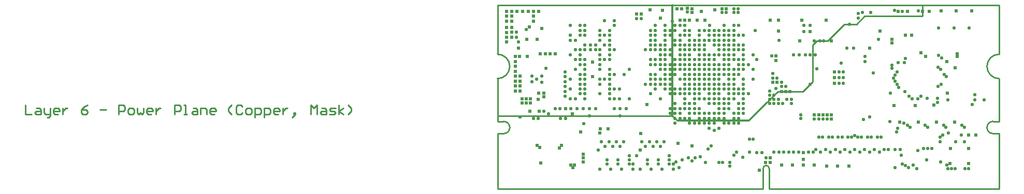
<source format=gbr>
G04 Layer_Physical_Order=6*
G04 Layer_Color=8388736*
%FSLAX24Y24*%
%MOIN*%
%TF.FileFunction,Copper,L6,Inr,Plane*%
%TF.Part,Single*%
G01*
G75*
%TA.AperFunction,NonConductor*%
%ADD53C,0.0100*%
%TA.AperFunction,ViaPad*%
%ADD61C,0.0240*%
%ADD62C,0.0230*%
%ADD63C,0.0220*%
%TA.AperFunction,TestPad*%
%ADD64C,0.0220*%
%TA.AperFunction,NonConductor*%
%ADD68C,0.0120*%
D53*
X394Y3543D02*
G03*
X787Y3937I0J394D01*
G01*
D02*
G03*
X394Y4331I-394J0D01*
G01*
X0Y7087D02*
G03*
X787Y7874I0J787D01*
G01*
D02*
G03*
X0Y8661I-787J0D01*
G01*
X32283D02*
G03*
X31496Y7874I0J-787D01*
G01*
D02*
G03*
X32283Y7087I787J0D01*
G01*
X31890Y4331D02*
G03*
X31496Y3937I0J-394D01*
G01*
D02*
G03*
X31890Y3543I394J0D01*
G01*
X17480Y1299D02*
G03*
X17283Y1496I-197J0D01*
G01*
X17283D02*
G03*
X17087Y1299I0J-197D01*
G01*
X11142Y4685D02*
X11260Y4803D01*
X16142Y4370D02*
X17244Y5472D01*
X-0Y-0D02*
X0Y0D01*
X17087D01*
Y1299D01*
X17283Y1496D02*
X17283D01*
X17480Y0D02*
Y1299D01*
Y0D02*
X32283D01*
Y3150D01*
Y3543D01*
X31890D02*
X32283D01*
X31890Y4331D02*
X32283D01*
Y7087D01*
X32283Y8661D02*
X32283D01*
Y11811D01*
X0D02*
X32283D01*
X0Y8661D02*
Y11811D01*
Y8661D02*
X0D01*
X0Y4331D02*
Y7087D01*
Y4331D02*
X394D01*
X0Y3543D02*
X394D01*
X0Y-0D02*
Y3543D01*
X-0Y-0D02*
X0Y-0D01*
Y4685D02*
X11260D01*
X17244Y5472D02*
X18032Y6260D01*
X21260Y9528D02*
X22323Y10591D01*
X23110D01*
X23622Y11102D01*
X27362D01*
Y11811D01*
X20276Y6890D02*
Y8701D01*
X19646Y6260D02*
X20276Y6890D01*
X18032Y6260D02*
X19646D01*
X20536Y9528D02*
X21260D01*
X20276Y9267D02*
X20536Y9528D01*
X20276Y8701D02*
Y9267D01*
X11260Y4685D02*
X11575Y4370D01*
X-30400Y5400D02*
Y4800D01*
X-30000D01*
X-29700Y5200D02*
X-29500D01*
X-29400Y5100D01*
Y4800D01*
X-29700D01*
X-29800Y4900D01*
X-29700Y5000D01*
X-29400D01*
X-29200Y5200D02*
Y4900D01*
X-29100Y4800D01*
X-28801D01*
Y4700D01*
X-28900Y4600D01*
X-29000D01*
X-28801Y4800D02*
Y5200D01*
X-28301Y4800D02*
X-28501D01*
X-28601Y4900D01*
Y5100D01*
X-28501Y5200D01*
X-28301D01*
X-28201Y5100D01*
Y5000D01*
X-28601D01*
X-28001Y5200D02*
Y4800D01*
Y5000D01*
X-27901Y5100D01*
X-27801Y5200D01*
X-27701D01*
X-26401Y5400D02*
X-26601Y5300D01*
X-26801Y5100D01*
Y4900D01*
X-26701Y4800D01*
X-26501D01*
X-26401Y4900D01*
Y5000D01*
X-26501Y5100D01*
X-26801D01*
X-25602D02*
X-25202D01*
X-24402Y4800D02*
Y5400D01*
X-24102D01*
X-24002Y5300D01*
Y5100D01*
X-24102Y5000D01*
X-24402D01*
X-23702Y4800D02*
X-23502D01*
X-23402Y4900D01*
Y5100D01*
X-23502Y5200D01*
X-23702D01*
X-23802Y5100D01*
Y4900D01*
X-23702Y4800D01*
X-23202Y5200D02*
Y4900D01*
X-23102Y4800D01*
X-23002Y4900D01*
X-22902Y4800D01*
X-22802Y4900D01*
Y5200D01*
X-22303Y4800D02*
X-22503D01*
X-22603Y4900D01*
Y5100D01*
X-22503Y5200D01*
X-22303D01*
X-22203Y5100D01*
Y5000D01*
X-22603D01*
X-22003Y5200D02*
Y4800D01*
Y5000D01*
X-21903Y5100D01*
X-21803Y5200D01*
X-21703D01*
X-20803Y4800D02*
Y5400D01*
X-20503D01*
X-20403Y5300D01*
Y5100D01*
X-20503Y5000D01*
X-20803D01*
X-20203Y4800D02*
X-20003D01*
X-20103D01*
Y5400D01*
X-20203D01*
X-19603Y5200D02*
X-19404D01*
X-19304Y5100D01*
Y4800D01*
X-19603D01*
X-19703Y4900D01*
X-19603Y5000D01*
X-19304D01*
X-19104Y4800D02*
Y5200D01*
X-18804D01*
X-18704Y5100D01*
Y4800D01*
X-18204D02*
X-18404D01*
X-18504Y4900D01*
Y5100D01*
X-18404Y5200D01*
X-18204D01*
X-18104Y5100D01*
Y5000D01*
X-18504D01*
X-17104Y4800D02*
X-17304Y5000D01*
Y5200D01*
X-17104Y5400D01*
X-16405Y5300D02*
X-16504Y5400D01*
X-16704D01*
X-16804Y5300D01*
Y4900D01*
X-16704Y4800D01*
X-16504D01*
X-16405Y4900D01*
X-16105Y4800D02*
X-15905D01*
X-15805Y4900D01*
Y5100D01*
X-15905Y5200D01*
X-16105D01*
X-16205Y5100D01*
Y4900D01*
X-16105Y4800D01*
X-15605Y4600D02*
Y5200D01*
X-15305D01*
X-15205Y5100D01*
Y4900D01*
X-15305Y4800D01*
X-15605D01*
X-15005Y4600D02*
Y5200D01*
X-14705D01*
X-14605Y5100D01*
Y4900D01*
X-14705Y4800D01*
X-15005D01*
X-14105D02*
X-14305D01*
X-14405Y4900D01*
Y5100D01*
X-14305Y5200D01*
X-14105D01*
X-14005Y5100D01*
Y5000D01*
X-14405D01*
X-13805Y5200D02*
Y4800D01*
Y5000D01*
X-13705Y5100D01*
X-13605Y5200D01*
X-13505D01*
X-13106Y4700D02*
X-13006Y4800D01*
Y4900D01*
X-13106D01*
Y4800D01*
X-13006D01*
X-13106Y4700D01*
X-13206Y4600D01*
X-12006Y4800D02*
Y5400D01*
X-11806Y5200D01*
X-11606Y5400D01*
Y4800D01*
X-11306Y5200D02*
X-11106D01*
X-11006Y5100D01*
Y4800D01*
X-11306D01*
X-11406Y4900D01*
X-11306Y5000D01*
X-11006D01*
X-10806Y4800D02*
X-10506D01*
X-10406Y4900D01*
X-10506Y5000D01*
X-10706D01*
X-10806Y5100D01*
X-10706Y5200D01*
X-10406D01*
X-10207Y4800D02*
Y5400D01*
Y5000D02*
X-9907Y5200D01*
X-10207Y5000D02*
X-9907Y4800D01*
X-9607D02*
X-9407Y5000D01*
Y5200D01*
X-9607Y5400D01*
D61*
X19685Y1535D02*
D03*
X16850Y1181D02*
D03*
X11563Y11575D02*
D03*
X14449D02*
D03*
X14724D02*
D03*
X11850D02*
D03*
X12520D02*
D03*
Y11339D02*
D03*
X12205Y11614D02*
D03*
X29587Y8701D02*
D03*
X19685Y2323D02*
D03*
X2598Y5748D02*
D03*
X2126Y5512D02*
D03*
Y5787D02*
D03*
X1575D02*
D03*
Y5512D02*
D03*
X1850D02*
D03*
X18819Y6260D02*
D03*
X18543D02*
D03*
X18268D02*
D03*
X17717Y6850D02*
D03*
X17992D02*
D03*
X17913Y8268D02*
D03*
Y8543D02*
D03*
X21693Y7520D02*
D03*
Y7165D02*
D03*
Y6772D02*
D03*
X24606Y10157D02*
D03*
X1457Y7244D02*
D03*
Y6929D02*
D03*
Y6614D02*
D03*
Y6299D02*
D03*
X1142D02*
D03*
Y6614D02*
D03*
Y6929D02*
D03*
Y7244D02*
D03*
Y7559D02*
D03*
Y7874D02*
D03*
Y8189D02*
D03*
Y8504D02*
D03*
X3386Y8701D02*
D03*
X3071D02*
D03*
X1417Y8504D02*
D03*
X591Y10787D02*
D03*
Y11102D02*
D03*
Y11417D02*
D03*
Y9449D02*
D03*
Y9764D02*
D03*
Y10065D02*
D03*
Y10394D02*
D03*
X2047Y10433D02*
D03*
X1260Y11417D02*
D03*
X1614D02*
D03*
X1969D02*
D03*
X2638D02*
D03*
X2323D02*
D03*
Y11102D02*
D03*
Y10787D02*
D03*
X906Y11417D02*
D03*
Y11102D02*
D03*
Y10787D02*
D03*
X9252Y11260D02*
D03*
X21496Y4488D02*
D03*
Y4764D02*
D03*
X21220D02*
D03*
X25886Y4291D02*
D03*
X20394Y1535D02*
D03*
X18976D02*
D03*
X18268D02*
D03*
X19685Y1890D02*
D03*
X17559Y1969D02*
D03*
Y1693D02*
D03*
X17244D02*
D03*
X25512Y5354D02*
D03*
X25787Y11417D02*
D03*
X26378D02*
D03*
X27362D02*
D03*
X19449Y9528D02*
D03*
X25394Y9606D02*
D03*
Y9370D02*
D03*
X29449Y7795D02*
D03*
X13110Y11417D02*
D03*
X6575Y3589D02*
D03*
X9213Y3543D02*
D03*
X9173Y2480D02*
D03*
X12520Y2756D02*
D03*
X11614Y2913D02*
D03*
X20118Y10118D02*
D03*
X6614Y3858D02*
D03*
X7126D02*
D03*
X2795Y1654D02*
D03*
X1929Y8504D02*
D03*
X1850Y5787D02*
D03*
X2638Y6142D02*
D03*
X9606Y5433D02*
D03*
X6102Y7205D02*
D03*
X4843Y1339D02*
D03*
X4961Y1535D02*
D03*
X4724D02*
D03*
X5512Y1732D02*
D03*
Y1969D02*
D03*
Y2205D02*
D03*
X2717Y2638D02*
D03*
X2559Y2795D02*
D03*
X4118Y2772D02*
D03*
X3971Y2632D02*
D03*
X2992Y6142D02*
D03*
Y5906D02*
D03*
X6102Y8150D02*
D03*
X5354Y3661D02*
D03*
X4803Y4803D02*
D03*
X2677Y5000D02*
D03*
X2087D02*
D03*
X1457Y4606D02*
D03*
X4370Y5157D02*
D03*
X9803Y11535D02*
D03*
X10630Y11496D02*
D03*
X2756Y8701D02*
D03*
X1339Y9055D02*
D03*
X2559Y9606D02*
D03*
X906Y10394D02*
D03*
Y10079D02*
D03*
Y9764D02*
D03*
X1890Y9606D02*
D03*
X2835Y10315D02*
D03*
X12047Y10866D02*
D03*
X12362D02*
D03*
X11732D02*
D03*
X12835D02*
D03*
X13982Y11530D02*
D03*
X27559Y8504D02*
D03*
X27244Y8740D02*
D03*
X26654Y9882D02*
D03*
X26260D02*
D03*
X28898Y8189D02*
D03*
X29587Y8504D02*
D03*
X27067Y4291D02*
D03*
X28248D02*
D03*
X29429D02*
D03*
X28937Y6142D02*
D03*
X26870Y5354D02*
D03*
X28071Y5394D02*
D03*
X28543Y11457D02*
D03*
X29528D02*
D03*
X30512D02*
D03*
X27795Y11417D02*
D03*
X17559Y10866D02*
D03*
X18071D02*
D03*
X19567D02*
D03*
X21142D02*
D03*
X30315Y3465D02*
D03*
X30787D02*
D03*
X30325Y1614D02*
D03*
X29134Y2598D02*
D03*
X30315D02*
D03*
X29124Y1614D02*
D03*
X21890Y1457D02*
D03*
X22598D02*
D03*
X21181D02*
D03*
X21496Y9528D02*
D03*
X23937Y9055D02*
D03*
X20945Y4764D02*
D03*
X20669D02*
D03*
X20394D02*
D03*
X8937Y11260D02*
D03*
X13346Y10866D02*
D03*
X18071Y10157D02*
D03*
X3701Y8701D02*
D03*
X10472Y10984D02*
D03*
D62*
X15197Y11575D02*
D03*
X15472D02*
D03*
Y11339D02*
D03*
X15197D02*
D03*
X14724D02*
D03*
X14449D02*
D03*
X9843Y6102D02*
D03*
X27087Y11457D02*
D03*
X25551Y11496D02*
D03*
X5906Y5157D02*
D03*
X5512D02*
D03*
X5118D02*
D03*
X4724D02*
D03*
X8268D02*
D03*
X7874D02*
D03*
X7520D02*
D03*
X2205Y6890D02*
D03*
Y7244D02*
D03*
X2835Y6850D02*
D03*
Y7244D02*
D03*
X2520Y7047D02*
D03*
X5984Y9252D02*
D03*
X6299D02*
D03*
X21220Y4488D02*
D03*
X20945D02*
D03*
X20669D02*
D03*
X20394D02*
D03*
X11732Y6102D02*
D03*
X11417D02*
D03*
X11102Y8628D02*
D03*
X18543Y6575D02*
D03*
X17717Y7402D02*
D03*
X17992Y7126D02*
D03*
X17717D02*
D03*
X18268Y6850D02*
D03*
Y6575D02*
D03*
X17638Y8543D02*
D03*
X17913Y6457D02*
D03*
X18898Y5472D02*
D03*
Y5748D02*
D03*
X18622D02*
D03*
X18346Y5472D02*
D03*
X18071Y5748D02*
D03*
Y5472D02*
D03*
X17795D02*
D03*
Y5748D02*
D03*
Y6024D02*
D03*
X17520Y5472D02*
D03*
Y5748D02*
D03*
Y6024D02*
D03*
Y6299D02*
D03*
X22244Y7520D02*
D03*
X21969D02*
D03*
Y6772D02*
D03*
X22244Y7165D02*
D03*
X21969D02*
D03*
X22244Y6772D02*
D03*
X1220Y9764D02*
D03*
Y10079D02*
D03*
X1850Y10236D02*
D03*
X8937Y10945D02*
D03*
X9252D02*
D03*
X12205Y11378D02*
D03*
X15512Y7362D02*
D03*
X14882Y6102D02*
D03*
X12992D02*
D03*
X3110Y7756D02*
D03*
X5984Y8937D02*
D03*
X5000Y5787D02*
D03*
X6299Y8937D02*
D03*
X5630Y6417D02*
D03*
X6575Y7677D02*
D03*
X5630Y6732D02*
D03*
X6575D02*
D03*
Y7047D02*
D03*
X6890Y7047D02*
D03*
X5630Y7677D02*
D03*
X7205Y5787D02*
D03*
Y6102D02*
D03*
X5315Y7992D02*
D03*
X7520Y7362D02*
D03*
X7205D02*
D03*
X10472Y7677D02*
D03*
X6575Y7992D02*
D03*
Y8307D02*
D03*
X11417Y9567D02*
D03*
X12047Y7362D02*
D03*
X12992Y5787D02*
D03*
Y6417D02*
D03*
X13307Y7047D02*
D03*
X13937Y6102D02*
D03*
Y6732D02*
D03*
X13622Y6417D02*
D03*
X13937Y7362D02*
D03*
X13622Y7677D02*
D03*
X14567Y9252D02*
D03*
Y9882D02*
D03*
X13622Y8307D02*
D03*
X13307Y8622D02*
D03*
X12047Y7677D02*
D03*
X12362Y8307D02*
D03*
Y8622D02*
D03*
X12992Y8307D02*
D03*
X11732D02*
D03*
Y7047D02*
D03*
X12047Y9252D02*
D03*
X10787Y6417D02*
D03*
X12362Y4843D02*
D03*
X14567Y7362D02*
D03*
X12992Y6732D02*
D03*
X13937Y6417D02*
D03*
X13622Y6102D02*
D03*
Y6732D02*
D03*
Y7047D02*
D03*
Y7362D02*
D03*
X13937Y7677D02*
D03*
X10472Y8622D02*
D03*
X10787Y9567D02*
D03*
X10157Y10197D02*
D03*
X12677Y4843D02*
D03*
X13307D02*
D03*
X13937Y5472D02*
D03*
X14882Y5157D02*
D03*
X15512Y7992D02*
D03*
X15827Y4843D02*
D03*
Y9252D02*
D03*
X14882D02*
D03*
X14252Y9882D02*
D03*
X13937Y8307D02*
D03*
X13622Y8622D02*
D03*
X13307Y8937D02*
D03*
X12047Y8622D02*
D03*
X12992D02*
D03*
X12677Y8307D02*
D03*
X11732Y8622D02*
D03*
X12362Y9567D02*
D03*
Y9252D02*
D03*
X12047Y10197D02*
D03*
Y5472D02*
D03*
X12677Y6732D02*
D03*
X12362D02*
D03*
X12047D02*
D03*
X12362Y7362D02*
D03*
X11102Y7992D02*
D03*
X11732Y7992D02*
D03*
X12047D02*
D03*
X12362Y6102D02*
D03*
X12047D02*
D03*
Y5787D02*
D03*
X11102Y7677D02*
D03*
X11732Y7677D02*
D03*
X5000Y8307D02*
D03*
X5315D02*
D03*
X4685Y10512D02*
D03*
Y9882D02*
D03*
X5315Y10197D02*
D03*
X4685Y9567D02*
D03*
Y8622D02*
D03*
Y7047D02*
D03*
Y6417D02*
D03*
Y5787D02*
D03*
X7520Y10827D02*
D03*
Y10512D02*
D03*
X7205Y9882D02*
D03*
Y9567D02*
D03*
Y8622D02*
D03*
Y8307D02*
D03*
X7520Y6417D02*
D03*
Y5787D02*
D03*
X7205Y7677D02*
D03*
X5630Y7362D02*
D03*
Y5787D02*
D03*
Y7992D02*
D03*
X7205Y6732D02*
D03*
Y6417D02*
D03*
X5630Y6102D02*
D03*
X6575D02*
D03*
X5630Y7047D02*
D03*
X10787Y9882D02*
D03*
X7205Y7047D02*
D03*
X4016Y5157D02*
D03*
X6299D02*
D03*
X12677Y7992D02*
D03*
X13307Y8307D02*
D03*
Y9252D02*
D03*
X25394Y7953D02*
D03*
Y7756D02*
D03*
X25984Y2165D02*
D03*
X15512Y5472D02*
D03*
D63*
X24528Y9606D02*
D03*
X16220Y3189D02*
D03*
X16457D02*
D03*
X20000Y2362D02*
D03*
X18425D02*
D03*
X19055D02*
D03*
X16693Y2323D02*
D03*
X19370Y2362D02*
D03*
X18740D02*
D03*
X18110D02*
D03*
X17795D02*
D03*
X17008Y2323D02*
D03*
X16220Y2362D02*
D03*
X14961Y1693D02*
D03*
Y1457D02*
D03*
X25591Y2520D02*
D03*
X25906D02*
D03*
X25157D02*
D03*
X24882D02*
D03*
X24252D02*
D03*
X23622D02*
D03*
X22992D02*
D03*
X22362D02*
D03*
X21732D02*
D03*
X21102D02*
D03*
X20472D02*
D03*
X27953Y2598D02*
D03*
X27402D02*
D03*
X27677D02*
D03*
X26378Y4094D02*
D03*
X26142Y4213D02*
D03*
X23819Y3307D02*
D03*
X23307Y2362D02*
D03*
X23425Y3307D02*
D03*
X22992Y3425D02*
D03*
X20669Y3307D02*
D03*
X21299D02*
D03*
X20906D02*
D03*
X21929D02*
D03*
X21535D02*
D03*
X22559D02*
D03*
X22165D02*
D03*
X23189D02*
D03*
X22795D02*
D03*
X24449D02*
D03*
X24055D02*
D03*
X24685D02*
D03*
X20787Y2362D02*
D03*
X13032Y2047D02*
D03*
X12717Y1969D02*
D03*
X12520Y1772D02*
D03*
X9843Y9882D02*
D03*
X19528Y4764D02*
D03*
Y4528D02*
D03*
X22480Y9055D02*
D03*
X22913D02*
D03*
X22126Y8071D02*
D03*
X23228Y10984D02*
D03*
Y11299D02*
D03*
X22638Y10591D02*
D03*
X24016Y11339D02*
D03*
X26063Y11417D02*
D03*
X19409Y8622D02*
D03*
X19803D02*
D03*
X20118D02*
D03*
X20433D02*
D03*
X19055D02*
D03*
X17283Y1969D02*
D03*
X25669Y3661D02*
D03*
X28661Y3465D02*
D03*
X16457Y8622D02*
D03*
X15512Y8937D02*
D03*
X15827D02*
D03*
X14567Y8307D02*
D03*
X14882Y7992D02*
D03*
X15197Y2165D02*
D03*
X15787Y2008D02*
D03*
X24567Y2362D02*
D03*
X14567Y7992D02*
D03*
X14882Y8307D02*
D03*
Y7677D02*
D03*
X15197Y8307D02*
D03*
X15512D02*
D03*
X15827D02*
D03*
X15197Y7677D02*
D03*
X23937Y2362D02*
D03*
X16457Y7677D02*
D03*
X16142Y7992D02*
D03*
X16457Y7047D02*
D03*
X14252Y7992D02*
D03*
X15827Y7677D02*
D03*
Y7992D02*
D03*
X15512Y7677D02*
D03*
X13937Y8622D02*
D03*
X14567Y7677D02*
D03*
X15197Y7362D02*
D03*
X13937Y7992D02*
D03*
X14252Y7677D02*
D03*
X22047Y2362D02*
D03*
X15827Y7047D02*
D03*
X14882Y7362D02*
D03*
Y7047D02*
D03*
X27047Y2441D02*
D03*
X15827Y8622D02*
D03*
X14882D02*
D03*
X15197D02*
D03*
X14567D02*
D03*
X15197Y9252D02*
D03*
X15512D02*
D03*
X26457Y1339D02*
D03*
X26732Y1535D02*
D03*
X26969Y1299D02*
D03*
X27598Y1850D02*
D03*
X27520Y4094D02*
D03*
X28465Y3031D02*
D03*
Y3307D02*
D03*
X28504Y1732D02*
D03*
X31299Y5709D02*
D03*
X30709Y6063D02*
D03*
Y5709D02*
D03*
X11732Y9567D02*
D03*
X12047Y8937D02*
D03*
X12677Y9567D02*
D03*
Y9252D02*
D03*
X29843Y3465D02*
D03*
X30039Y3937D02*
D03*
X29488Y3031D02*
D03*
X29882Y4094D02*
D03*
X29016Y3583D02*
D03*
X13937Y9567D02*
D03*
Y10197D02*
D03*
X14252D02*
D03*
X14567Y10512D02*
D03*
X30039Y3031D02*
D03*
X20748Y9528D02*
D03*
X15197Y9882D02*
D03*
Y9567D02*
D03*
X14567Y10197D02*
D03*
X13622Y9882D02*
D03*
Y10197D02*
D03*
X14252Y9567D02*
D03*
X14882Y8937D02*
D03*
X15197D02*
D03*
X15827Y9882D02*
D03*
X18110Y9567D02*
D03*
X14882D02*
D03*
X20394Y9528D02*
D03*
X14567Y9567D02*
D03*
X13937Y9882D02*
D03*
X12047D02*
D03*
X13543Y2559D02*
D03*
X13740Y2756D02*
D03*
X14488Y1693D02*
D03*
X14252D02*
D03*
X13386D02*
D03*
X15827Y5157D02*
D03*
X15512D02*
D03*
X15827Y6102D02*
D03*
Y6417D02*
D03*
X15512Y6102D02*
D03*
X15197Y6417D02*
D03*
X14567Y5157D02*
D03*
X11693Y1339D02*
D03*
X11496Y1732D02*
D03*
X11890Y1850D02*
D03*
X15512Y4213D02*
D03*
X15197D02*
D03*
X15512Y4843D02*
D03*
Y4528D02*
D03*
X15197D02*
D03*
Y4843D02*
D03*
X14567Y4528D02*
D03*
Y4843D02*
D03*
X14882Y5787D02*
D03*
X14252Y4843D02*
D03*
Y4528D02*
D03*
X13937Y3740D02*
D03*
X13622Y3898D02*
D03*
Y4213D02*
D03*
X12992Y4843D02*
D03*
X12992Y5157D02*
D03*
X8937Y2126D02*
D03*
X12992Y4213D02*
D03*
X13307Y4528D02*
D03*
X12992D02*
D03*
X12362D02*
D03*
X12047D02*
D03*
X12677Y5472D02*
D03*
X11417Y4843D02*
D03*
Y4528D02*
D03*
X12362Y5157D02*
D03*
X7874Y2717D02*
D03*
X7402D02*
D03*
X6929D02*
D03*
X8110Y3031D02*
D03*
X7638D02*
D03*
X7165D02*
D03*
X6693D02*
D03*
X14252Y5472D02*
D03*
X13937Y5787D02*
D03*
Y4843D02*
D03*
X13622D02*
D03*
Y5472D02*
D03*
X16575Y10197D02*
D03*
X25276Y6142D02*
D03*
X14567Y8937D02*
D03*
X19724Y10118D02*
D03*
X20118Y10512D02*
D03*
X19724D02*
D03*
X14252Y6102D02*
D03*
X13622Y4528D02*
D03*
Y5787D02*
D03*
X13307D02*
D03*
X12677D02*
D03*
X8465Y2126D02*
D03*
X8701Y1575D02*
D03*
X11417Y5472D02*
D03*
X11102Y5157D02*
D03*
X9173Y1260D02*
D03*
X9882D02*
D03*
X9646Y1575D02*
D03*
Y1850D02*
D03*
X10354Y1575D02*
D03*
Y1850D02*
D03*
X10591Y1260D02*
D03*
X11063Y1850D02*
D03*
Y1575D02*
D03*
X11299Y1260D02*
D03*
X8701D02*
D03*
X8465Y1575D02*
D03*
Y1850D02*
D03*
X7992Y1260D02*
D03*
X7756Y1850D02*
D03*
Y1575D02*
D03*
X7047Y1850D02*
D03*
Y1575D02*
D03*
X7283Y1260D02*
D03*
X6575D02*
D03*
X11417Y5157D02*
D03*
X13307Y6417D02*
D03*
X15197Y10512D02*
D03*
X13307Y10197D02*
D03*
X4331Y7520D02*
D03*
Y7205D02*
D03*
Y6890D02*
D03*
Y6575D02*
D03*
Y6260D02*
D03*
Y5945D02*
D03*
X11102Y10197D02*
D03*
X6575Y9567D02*
D03*
X5315Y6732D02*
D03*
X10787Y7362D02*
D03*
Y7047D02*
D03*
X10472D02*
D03*
X10157Y6417D02*
D03*
X10787Y7677D02*
D03*
X11102Y6732D02*
D03*
X8465Y7677D02*
D03*
X5315Y6102D02*
D03*
X10787Y7992D02*
D03*
X10157Y7362D02*
D03*
X9843Y7047D02*
D03*
X5315Y6417D02*
D03*
X11102Y7362D02*
D03*
X5315Y7047D02*
D03*
X11417Y6417D02*
D03*
X8465Y5787D02*
D03*
X10472D02*
D03*
X9843Y6732D02*
D03*
X10157D02*
D03*
X12047Y8307D02*
D03*
X12362Y8937D02*
D03*
X11732D02*
D03*
X12992D02*
D03*
X12677Y6417D02*
D03*
X12362D02*
D03*
X12677Y6102D02*
D03*
X12047Y6417D02*
D03*
X12362Y7677D02*
D03*
X12677Y7362D02*
D03*
X11732Y6417D02*
D03*
X5000Y9567D02*
D03*
X7205Y9252D02*
D03*
X7520Y8937D02*
D03*
X10472Y6732D02*
D03*
X11102Y7047D02*
D03*
X10157D02*
D03*
X10787Y9252D02*
D03*
X7835Y5787D02*
D03*
X11102Y6417D02*
D03*
X5315Y7362D02*
D03*
X5000Y7677D02*
D03*
X9528Y6732D02*
D03*
X11102Y6102D02*
D03*
X10787Y6732D02*
D03*
X8150Y7362D02*
D03*
X10787Y8307D02*
D03*
Y8937D02*
D03*
X11417Y8307D02*
D03*
Y7992D02*
D03*
Y7677D02*
D03*
X7205Y8937D02*
D03*
X10787Y8622D02*
D03*
X5315Y8937D02*
D03*
X5630D02*
D03*
X10157Y8307D02*
D03*
X10472D02*
D03*
Y7992D02*
D03*
X10157D02*
D03*
X5000Y8937D02*
D03*
X5630Y8307D02*
D03*
X9843Y7992D02*
D03*
Y8307D02*
D03*
X6575Y8622D02*
D03*
X5630Y9252D02*
D03*
X10157D02*
D03*
X5315Y8622D02*
D03*
X6890Y9252D02*
D03*
X9843Y8937D02*
D03*
X9528D02*
D03*
X6575D02*
D03*
X10157Y8937D02*
D03*
X10472Y8937D02*
D03*
X11102D02*
D03*
X6890Y8307D02*
D03*
X5630Y9882D02*
D03*
X9843Y10197D02*
D03*
X10157Y9882D02*
D03*
Y9567D02*
D03*
X10472Y9252D02*
D03*
X6890Y10827D02*
D03*
X10787Y10197D02*
D03*
X5630Y10512D02*
D03*
X10157D02*
D03*
X6575Y10197D02*
D03*
Y9882D02*
D03*
X6890D02*
D03*
X5630Y10197D02*
D03*
X9843Y9567D02*
D03*
X5315Y10512D02*
D03*
X10787D02*
D03*
X5315Y9882D02*
D03*
X9843Y9252D02*
D03*
X7205Y10197D02*
D03*
X7835Y6417D02*
D03*
X9843Y7362D02*
D03*
X4055Y4528D02*
D03*
X4370D02*
D03*
X2992Y5000D02*
D03*
X5551Y4173D02*
D03*
X12362Y5472D02*
D03*
X11732Y5157D02*
D03*
Y4843D02*
D03*
X12677Y5157D02*
D03*
X2598Y4528D02*
D03*
X3268Y4803D02*
D03*
X2323Y4528D02*
D03*
X12362Y4213D02*
D03*
X12677D02*
D03*
X11732Y4528D02*
D03*
X11417Y4213D02*
D03*
X11102Y4843D02*
D03*
X7874Y4685D02*
D03*
X12047Y5157D02*
D03*
X5906Y4685D02*
D03*
X3701Y5157D02*
D03*
X11732Y9252D02*
D03*
X11260Y10787D02*
D03*
X1339Y9449D02*
D03*
X12362Y10197D02*
D03*
X11417Y9252D02*
D03*
X11732Y9882D02*
D03*
X12047Y10512D02*
D03*
X11417D02*
D03*
X11732D02*
D03*
X15197Y10197D02*
D03*
X15512Y9882D02*
D03*
X12992Y9567D02*
D03*
X25709Y7520D02*
D03*
X25591Y7323D02*
D03*
X25709Y6732D02*
D03*
X25827Y6535D02*
D03*
X25591Y6929D02*
D03*
X26220Y6260D02*
D03*
X14252Y9252D02*
D03*
Y8937D02*
D03*
X27244Y5945D02*
D03*
X27047Y5787D02*
D03*
X26693D02*
D03*
X26496Y5945D02*
D03*
X13937Y9252D02*
D03*
X12362Y9882D02*
D03*
X11102D02*
D03*
X12992Y9252D02*
D03*
X14882Y10197D02*
D03*
X15512Y10512D02*
D03*
X25472Y7126D02*
D03*
X14882Y9882D02*
D03*
X9291Y3031D02*
D03*
X9764D02*
D03*
X10236D02*
D03*
X10709D02*
D03*
X9528Y2717D02*
D03*
X10000D02*
D03*
X13307Y4213D02*
D03*
X27675Y3939D02*
D03*
X28858Y3937D02*
D03*
X28701Y4094D02*
D03*
X28346Y6575D02*
D03*
X28543Y6732D02*
D03*
X28346Y7835D02*
D03*
X11063Y2126D02*
D03*
X11299Y1575D02*
D03*
X14252Y5787D02*
D03*
X14567Y5472D02*
D03*
X14882D02*
D03*
X13937Y4213D02*
D03*
Y4528D02*
D03*
X14252Y5157D02*
D03*
X14567Y4213D02*
D03*
X14882D02*
D03*
X10472Y2717D02*
D03*
X14252Y3898D02*
D03*
X26260Y8386D02*
D03*
X26181Y8110D02*
D03*
X25787D02*
D03*
X27638Y5827D02*
D03*
X28307Y5551D02*
D03*
Y5827D02*
D03*
X28976Y5709D02*
D03*
X11417Y10197D02*
D03*
X12992Y9882D02*
D03*
X13307Y9567D02*
D03*
X23661Y8504D02*
D03*
Y8189D02*
D03*
X30354Y10344D02*
D03*
X29370D02*
D03*
X28386D02*
D03*
Y8583D02*
D03*
X28583Y8425D02*
D03*
X28502Y7679D02*
D03*
X28740Y7362D02*
D03*
X28896Y7207D02*
D03*
X12992Y10197D02*
D03*
X30315Y1299D02*
D03*
X30079D02*
D03*
X12677Y8937D02*
D03*
X28898Y1535D02*
D03*
X29449Y1299D02*
D03*
X29213D02*
D03*
X28976D02*
D03*
X25591Y1339D02*
D03*
X26063Y1575D02*
D03*
X15827Y5472D02*
D03*
X15197Y5787D02*
D03*
Y6102D02*
D03*
X14567Y5787D02*
D03*
X15512Y6417D02*
D03*
X14252D02*
D03*
X14567D02*
D03*
X14882D02*
D03*
X15827Y5787D02*
D03*
X16142Y6102D02*
D03*
X14567Y6732D02*
D03*
X14882D02*
D03*
X20315Y2362D02*
D03*
X14252Y6732D02*
D03*
Y7047D02*
D03*
X15197Y6732D02*
D03*
Y7047D02*
D03*
X15827Y6732D02*
D03*
X13937Y7047D02*
D03*
X14252Y7362D02*
D03*
X21417Y2362D02*
D03*
X14252Y8622D02*
D03*
X26260Y1496D02*
D03*
X25748Y3898D02*
D03*
X16693Y8307D02*
D03*
X25236Y4331D02*
D03*
X20984Y9528D02*
D03*
X20118Y6732D02*
D03*
X20551Y7717D02*
D03*
X23937Y4606D02*
D03*
X13307Y6732D02*
D03*
X11417Y7362D02*
D03*
X6496Y2486D02*
D03*
X13622Y9567D02*
D03*
X24173Y7441D02*
D03*
X12992Y7992D02*
D03*
X12677Y7677D02*
D03*
X13622Y7992D02*
D03*
X12992Y7677D02*
D03*
X13307Y7992D02*
D03*
Y7677D02*
D03*
Y7362D02*
D03*
X12992Y7047D02*
D03*
X12047D02*
D03*
X12362D02*
D03*
X12677D02*
D03*
X12992Y7362D02*
D03*
X12362Y7992D02*
D03*
X30551Y5433D02*
D03*
X13661Y10512D02*
D03*
X12283Y1969D02*
D03*
X26534Y3939D02*
D03*
X22677Y2362D02*
D03*
X15394D02*
D03*
D64*
X23543Y4449D02*
D03*
X23465Y11339D02*
D03*
D68*
X11575Y4370D02*
X16142D01*
X11260Y4685D02*
Y11811D01*
%TF.MD5,cc4160e6af4fb19140d9843f0d3cfc58*%
M02*

</source>
